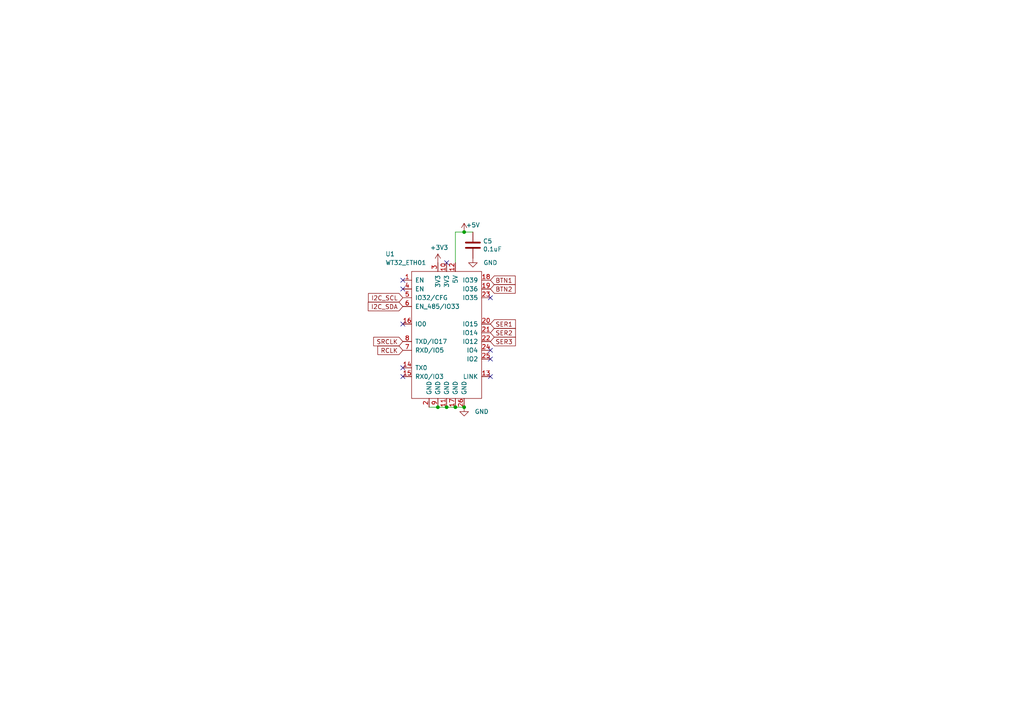
<source format=kicad_sch>
(kicad_sch (version 20211123) (generator eeschema)
  (paper "A4")
  (title_block (title "ESP32 Controller") (date "2023-01-11") (rev "v1") (company "Scott Hanson"))
  (lib_symbols
    (symbol "ESP32:WT32_ETH01" (pin_names (offset 1.016))
      (property "Reference" "U" (at 5.08 -2.54 0))
      (property "Value" "WT32_ETH01" (at 5.08 -5.08 0))
      (symbol "WT32_ETH01_0_1"
        (rectangle (start -10.16 -7.62) (end 10.16 -44.45))
      )
      (symbol "WT32_ETH01_1_1"
        (pin input line (at -12.7 -10.16 0) (length 2.54) (name "EN") (number "1"))
        (pin power_in line (at 0 -5.08 270) (length 2.54) (name "3V3") (number "10"))
        (pin power_in line (at 0 -46.99 90) (length 2.54) (name "GND") (number "11"))
        (pin power_in line (at 2.54 -5.08 270) (length 2.54) (name "5V") (number "12"))
        (pin output line (at 12.7 -38.1 180) (length 2.54) (name "LINK") (number "13"))
        (pin input line (at -12.7 -35.56 0) (length 2.54) (name "TX0") (number "14"))
        (pin input line (at -12.7 -38.1 0) (length 2.54) (name "RX0/IO3") (number "15"))
        (pin input line (at -12.7 -22.86 0) (length 2.54) (name "IO0") (number "16"))
        (pin input line (at 2.54 -46.99 90) (length 2.54) (name "GND") (number "17"))
        (pin input line (at 12.7 -10.16 180) (length 2.54) (name "IO39") (number "18"))
        (pin input line (at 12.7 -12.7 180) (length 2.54) (name "IO36") (number "19"))
        (pin power_in line (at -5.08 -46.99 90) (length 2.54) (name "GND") (number "2"))
        (pin bidirectional line (at 12.7 -22.86 180) (length 2.54) (name "IO15") (number "20"))
        (pin bidirectional line (at 12.7 -25.4 180) (length 2.54) (name "IO14") (number "21"))
        (pin bidirectional line (at 12.7 -27.94 180) (length 2.54) (name "IO12") (number "22"))
        (pin input line (at 12.7 -15.24 180) (length 2.54) (name "IO35") (number "23"))
        (pin bidirectional line (at 12.7 -30.48 180) (length 2.54) (name "IO4") (number "24"))
        (pin bidirectional line (at 12.7 -33.02 180) (length 2.54) (name "IO2") (number "25"))
        (pin input line (at 5.08 -46.99 90) (length 2.54) (name "GND") (number "26"))
        (pin power_in line (at -2.54 -5.08 270) (length 2.54) (name "3V3") (number "3"))
        (pin input line (at -12.7 -12.7 0) (length 2.54) (name "EN") (number "4"))
        (pin input line (at -12.7 -15.24 0) (length 2.54) (name "IO32/CFG") (number "5"))
        (pin input line (at -12.7 -17.78 0) (length 2.54) (name "EN_485/IO33") (number "6"))
        (pin input line (at -12.7 -30.48 0) (length 2.54) (name "RXD/IO5") (number "7"))
        (pin input line (at -12.7 -27.94 0) (length 2.54) (name "TXD/IO17") (number "8"))
        (pin power_in line (at -2.54 -46.99 90) (length 2.54) (name "GND") (number "9"))
      )
    )
    (symbol "PB_16-rescue:C-Device" (pin_numbers hide) (pin_names (offset 0.254))
      (property "Reference" "C" (at 0.635 2.54 0))
      (property "Value" "C-Device" (at 0.635 -2.54 0))
      (symbol "C-Device_0_1"
        (polyline (pts (xy -2.032 -0.762) (xy 2.032 -0.762)) (stroke (width 0.508)))
        (polyline (pts (xy -2.032 0.762) (xy 2.032 0.762)) (stroke (width 0.508)))
      )
      (symbol "C-Device_1_1"
        (pin passive line (at 0 3.81 270) (length 2.794) (name "~") (number "1"))
        (pin passive line (at 0 -3.81 90) (length 2.794) (name "~") (number "2"))
      )
    )
    (symbol "power:+3.3V" (power) (pin_names (offset 0))
      (property "Value" "+3.3V" (at 0 3.556 0))
      (symbol "+3.3V_0_1"
        (polyline (pts (xy -0.762 1.27) (xy 0 2.54)))
        (polyline (pts (xy 0 0) (xy 0 2.54)))
        (polyline (pts (xy 0 2.54) (xy 0.762 1.27)))
      )
      (symbol "+3.3V_1_1"
        (pin power_in line (at 0 0 90) (length 0) hide (name "+3V3") (number "1"))
      )
    )
    (symbol "power:+5V" (power) (pin_names (offset 0))
      (property "Value" "+5V" (at 0 3.556 0))
      (symbol "+5V_0_1"
        (polyline (pts (xy -0.762 1.27) (xy 0 2.54)))
        (polyline (pts (xy 0 0) (xy 0 2.54)))
        (polyline (pts (xy 0 2.54) (xy 0.762 1.27)))
      )
      (symbol "+5V_1_1"
        (pin power_in line (at 0 0 90) (length 0) hide (name "+5V") (number "1"))
      )
    )
    (symbol "power:GND" (power) (pin_names (offset 0))
      (property "Value" "GND" (at 0 -3.81 0))
      (symbol "GND_0_1"
        (polyline (pts (xy 0 0) (xy 0 -1.27) (xy 1.27 -1.27) (xy 0 -2.54) (xy -1.27 -1.27) (xy 0 -1.27)))
      )
      (symbol "GND_1_1"
        (pin power_in line (at 0 0 270) (length 0) hide (name "GND") (number "1"))
      )
    )
  )
  (junction (at 129.54 118.11))
  (junction (at 127 118.11))
  (junction (at 132.08 118.11))
  (junction (at 134.62 118.11))
  (junction (at 134.62 67.31))
  (no_connect (at 116.84 81.28))
  (no_connect (at 116.84 106.68))
  (no_connect (at 116.84 83.82))
  (no_connect (at 142.24 104.14))
  (no_connect (at 116.84 93.98))
  (no_connect (at 142.24 109.22))
  (no_connect (at 142.24 86.36))
  (no_connect (at 116.84 109.22))
  (no_connect (at 142.24 101.6))
  (no_connect (at 129.54 76.2))
  (wire (pts (xy 134.62 67.31) (xy 132.08 67.31)))
  (wire (pts (xy 127 118.11) (xy 129.54 118.11)))
  (wire (pts (xy 132.08 67.31) (xy 132.08 76.2)))
  (wire (pts (xy 137.16 67.31) (xy 134.62 67.31)))
  (wire (pts (xy 124.46 118.11) (xy 127 118.11)))
  (wire (pts (xy 129.54 118.11) (xy 132.08 118.11)))
  (wire (pts (xy 132.08 118.11) (xy 134.62 118.11)))
  (global_label "SRCLK" (shape input) (at 116.84 99.06 180) (property "Intersheet References" "${INTERSHEET_REFS}" (effects hide)))
  (global_label "BTN1" (shape input) (at 142.24 81.28 0) (property "Intersheet References" "${INTERSHEET_REFS}" (effects hide)))
  (global_label "I2C_SDA" (shape input) (at 116.84 88.9 180) (property "Intersheet References" "${INTERSHEET_REFS}" (effects hide)))
  (global_label "I2C_SCL" (shape input) (at 116.84 86.36 180) (property "Intersheet References" "${INTERSHEET_REFS}" (effects hide)))
  (global_label "RCLK" (shape input) (at 116.84 101.6 180) (property "Intersheet References" "${INTERSHEET_REFS}" (effects hide)))
  (global_label "SER1" (shape input) (at 142.24 93.98 0) (property "Intersheet References" "${INTERSHEET_REFS}" (effects hide)))
  (global_label "BTN2" (shape input) (at 142.24 83.82 0) (property "Intersheet References" "${INTERSHEET_REFS}" (effects hide)))
  (global_label "SER3" (shape input) (at 142.24 99.06 0) (property "Intersheet References" "${INTERSHEET_REFS}" (effects hide)))
  (global_label "SER2" (shape input) (at 142.24 96.52 0) (property "Intersheet References" "${INTERSHEET_REFS}" (effects hide)))
  (symbol (lib_id "power:GND") (at 134.62 118.11 0) (unit 1)
    (property "Reference" "#PWR0104" (effects hide))
    (property "Value" "GND" (at 139.7 119.38 0))
  )
  (symbol (lib_id "power:+3.3V") (at 127 76.2 0) (unit 1)
    (property "Reference" "#PWR0103" (effects hide))
    (property "Value" "+3.3V" (at 127.381 71.8058 0))
  )
  (symbol (lib_id "power:+5V") (at 134.62 67.31 0) (unit 1)
    (property "Reference" "#PWR0102" (effects hide))
    (property "Value" "+5V" (at 137.16 65.278 0))
  )
  (symbol (lib_id "power:GND") (at 137.16 74.93 0) (unit 1)
    (property "Reference" "#PWR0101" (effects hide))
    (property "Value" "GND" (at 142.24 76.2 0))
  )
  (symbol (lib_id "PB_16-rescue:C-Device") (at 137.16 71.12 0) (unit 1)
    (property "Reference" "C5" (at 140.081 69.9516 0) (effects (justify left)))
    (property "Value" "0.1uF" (at 140.081 72.263 0) (effects (justify left)))
    (property "Footprint" "Capacitor_SMD:C_0603_1608Metric_Pad1.08x0.95mm_HandSolder" (effects hide))
    (property "Digi-Key_PN" "1276-1007-1-ND" (effects hide))
    (property "MPN" "CL21F104ZBCNNNC" (effects hide))
    (property "LCSC" "C49678" (effects hide))
  )
  (symbol (lib_id "ESP32:WT32_ETH01") (at 129.54 71.12 0) (unit 1)
    (property "Reference" "U1" (at 111.76 73.66 0) (effects (justify left)))
    (property "Value" "WT32_ETH01" (at 111.76 76.2 0) (effects (justify left)))
    (property "Footprint" "ESP32:WT32_ETH01" (effects hide))
    (property "Datasheet" "http://www.wireless-tag.com/wp-content/uploads/2020/08/WT32-ETH01%E8%A7%84%E6%A0%BC%E4%B9%A6V1.2EN%EF%BC%88%E8%8B%B1%E6%96%87%EF%BC%89.pdf" (effects hide))
  )
)
</source>
